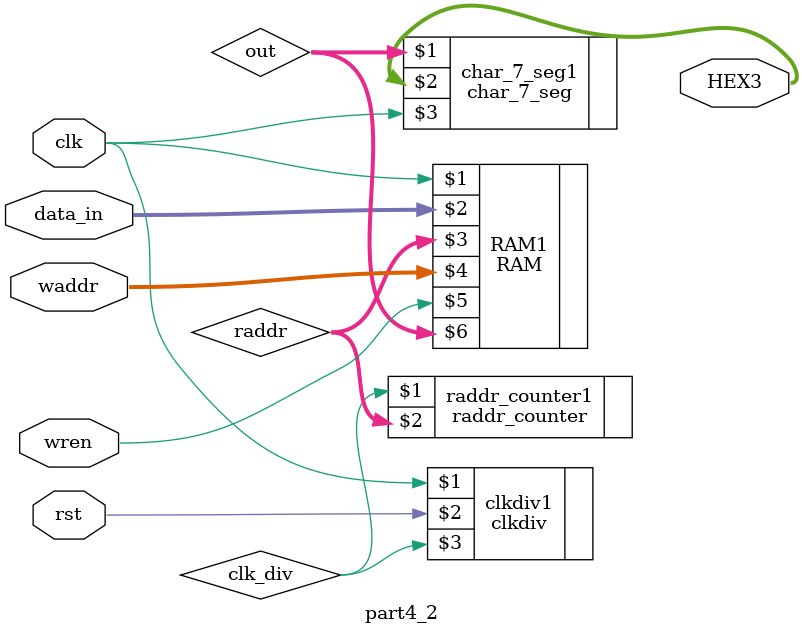
<source format=v>
module part4_2(clk,data_in, wren, waddr, HEX3,rst);
	input clk,wren,rst;
	input [3:0] data_in;
	input [4:0] waddr;
	output [6:0] HEX3;
	
	wire clk_div;
	wire [4:0] raddr;
	wire [3:0] out;
	
	clkdiv clkdiv1(clk,rst,clk_div);
	raddr_counter raddr_counter1(clk_div,raddr);
	RAM RAM1(clk,data_in,raddr,waddr,wren,out);
	char_7_seg char_7_seg1(out, HEX3, clk);
	
endmodule
	
	
</source>
